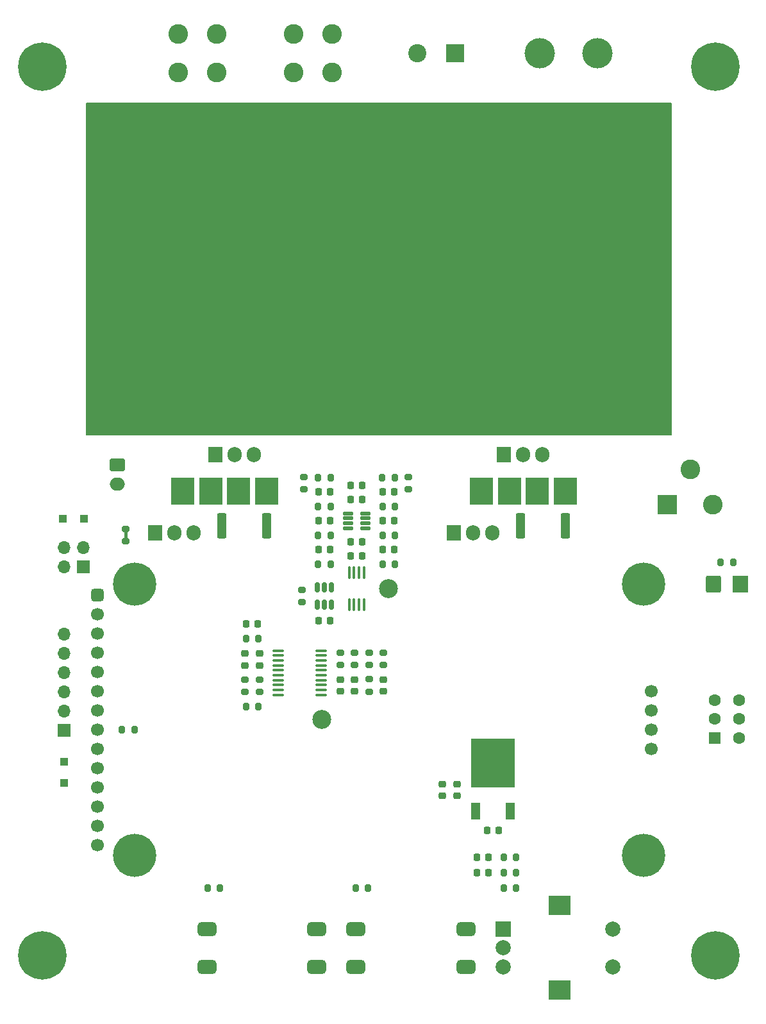
<source format=gbr>
%TF.GenerationSoftware,KiCad,Pcbnew,(6.0.4-0)*%
%TF.CreationDate,2022-04-10T17:45:34-05:00*%
%TF.ProjectId,Ampeater,416d7065-6174-4657-922e-6b696361645f,rev?*%
%TF.SameCoordinates,Original*%
%TF.FileFunction,Soldermask,Top*%
%TF.FilePolarity,Negative*%
%FSLAX46Y46*%
G04 Gerber Fmt 4.6, Leading zero omitted, Abs format (unit mm)*
G04 Created by KiCad (PCBNEW (6.0.4-0)) date 2022-04-10 17:45:34*
%MOMM*%
%LPD*%
G01*
G04 APERTURE LIST*
G04 Aperture macros list*
%AMRoundRect*
0 Rectangle with rounded corners*
0 $1 Rounding radius*
0 $2 $3 $4 $5 $6 $7 $8 $9 X,Y pos of 4 corners*
0 Add a 4 corners polygon primitive as box body*
4,1,4,$2,$3,$4,$5,$6,$7,$8,$9,$2,$3,0*
0 Add four circle primitives for the rounded corners*
1,1,$1+$1,$2,$3*
1,1,$1+$1,$4,$5*
1,1,$1+$1,$6,$7*
1,1,$1+$1,$8,$9*
0 Add four rect primitives between the rounded corners*
20,1,$1+$1,$2,$3,$4,$5,0*
20,1,$1+$1,$4,$5,$6,$7,0*
20,1,$1+$1,$6,$7,$8,$9,0*
20,1,$1+$1,$8,$9,$2,$3,0*%
G04 Aperture macros list end*
%ADD10C,0.150000*%
%ADD11C,0.450000*%
%ADD12C,5.700000*%
%ADD13RoundRect,0.425000X0.425000X-0.425000X0.425000X0.425000X-0.425000X0.425000X-0.425000X-0.425000X0*%
%ADD14C,1.700000*%
%ADD15R,1.200000X2.200000*%
%ADD16R,5.800001X6.400000*%
%ADD17RoundRect,0.225000X0.225000X0.250000X-0.225000X0.250000X-0.225000X-0.250000X0.225000X-0.250000X0*%
%ADD18R,3.100000X3.600000*%
%ADD19RoundRect,0.200000X0.200000X0.275000X-0.200000X0.275000X-0.200000X-0.275000X0.200000X-0.275000X0*%
%ADD20RoundRect,0.250000X-0.750000X0.600000X-0.750000X-0.600000X0.750000X-0.600000X0.750000X0.600000X0*%
%ADD21O,2.000000X1.700000*%
%ADD22RoundRect,0.250000X-0.362500X-1.425000X0.362500X-1.425000X0.362500X1.425000X-0.362500X1.425000X0*%
%ADD23RoundRect,0.100000X0.100000X-0.712500X0.100000X0.712500X-0.100000X0.712500X-0.100000X-0.712500X0*%
%ADD24C,2.600000*%
%ADD25RoundRect,0.225000X-0.225000X-0.250000X0.225000X-0.250000X0.225000X0.250000X-0.225000X0.250000X0*%
%ADD26R,1.100000X1.100000*%
%ADD27RoundRect,0.225000X-0.250000X0.225000X-0.250000X-0.225000X0.250000X-0.225000X0.250000X0.225000X0*%
%ADD28RoundRect,0.200000X-0.200000X-0.275000X0.200000X-0.275000X0.200000X0.275000X-0.200000X0.275000X0*%
%ADD29RoundRect,0.200000X-0.275000X0.200000X-0.275000X-0.200000X0.275000X-0.200000X0.275000X0.200000X0*%
%ADD30R,2.400000X2.400000*%
%ADD31C,2.400000*%
%ADD32RoundRect,0.200000X0.275000X-0.200000X0.275000X0.200000X-0.275000X0.200000X-0.275000X-0.200000X0*%
%ADD33C,4.000000*%
%ADD34R,1.905000X2.000000*%
%ADD35O,1.905000X2.000000*%
%ADD36RoundRect,0.450000X-0.800000X-0.450000X0.800000X-0.450000X0.800000X0.450000X-0.800000X0.450000X0*%
%ADD37C,6.400000*%
%ADD38R,2.000000X2.200000*%
%ADD39RoundRect,0.200000X0.800000X0.900000X-0.800000X0.900000X-0.800000X-0.900000X0.800000X-0.900000X0*%
%ADD40C,10.600000*%
%ADD41RoundRect,0.225000X0.250000X-0.225000X0.250000X0.225000X-0.250000X0.225000X-0.250000X-0.225000X0*%
%ADD42R,2.600000X2.600000*%
%ADD43C,1.600000*%
%ADD44R,1.600000X1.600000*%
%ADD45RoundRect,0.150000X-0.150000X0.512500X-0.150000X-0.512500X0.150000X-0.512500X0.150000X0.512500X0*%
%ADD46O,1.700000X1.700000*%
%ADD47R,1.700000X1.700000*%
%ADD48C,2.500000*%
%ADD49R,2.000000X2.000000*%
%ADD50C,2.000000*%
%ADD51R,3.000000X2.500000*%
%ADD52RoundRect,0.125000X-0.537500X-0.125000X0.537500X-0.125000X0.537500X0.125000X-0.537500X0.125000X0*%
%ADD53RoundRect,0.100000X0.637500X0.100000X-0.637500X0.100000X-0.637500X-0.100000X0.637500X-0.100000X0*%
G04 APERTURE END LIST*
D10*
X86614000Y-34798000D02*
X163830000Y-34798000D01*
X163830000Y-34798000D02*
X163830000Y-78536800D01*
X163830000Y-78536800D02*
X86614000Y-78536800D01*
X86614000Y-78536800D02*
X86614000Y-34798000D01*
G36*
X86614000Y-34798000D02*
G01*
X163830000Y-34798000D01*
X163830000Y-78536800D01*
X86614000Y-78536800D01*
X86614000Y-34798000D01*
G37*
D11*
%TO.C,JP201*%
X91719400Y-90995600D02*
X91719400Y-92695600D01*
%TD*%
D12*
%TO.C,DS301*%
X92931991Y-98265000D03*
X160191991Y-134145000D03*
X92931991Y-134145000D03*
X160191991Y-98265000D03*
D13*
X88011991Y-99695000D03*
D14*
X88011991Y-102235000D03*
X88011991Y-104775000D03*
X88011991Y-107315000D03*
X88011991Y-109855000D03*
X88011991Y-112395000D03*
X88011991Y-114935000D03*
X88011991Y-117475000D03*
X88011991Y-120015000D03*
X88011991Y-122555000D03*
X88011991Y-125095000D03*
X88011991Y-127635000D03*
X88011991Y-130175000D03*
X88011991Y-132715000D03*
X161191991Y-112395000D03*
X161191991Y-114935000D03*
X161191991Y-117475000D03*
X161191991Y-120015000D03*
%TD*%
D15*
%TO.C,U101*%
X138004200Y-128228200D03*
D16*
X140284200Y-121928204D03*
D15*
X142564200Y-128228200D03*
%TD*%
D17*
%TO.C,C202*%
X123025200Y-87096600D03*
X121475200Y-87096600D03*
%TD*%
%TO.C,C201*%
X123025200Y-85242400D03*
X121475200Y-85242400D03*
%TD*%
D18*
%TO.C,R219*%
X146100800Y-85979000D03*
X149800800Y-85979000D03*
%TD*%
D19*
%TO.C,R304*%
X109283000Y-105486200D03*
X107633000Y-105486200D03*
%TD*%
D20*
%TO.C,M201*%
X90695000Y-82570000D03*
D21*
X90695000Y-85070000D03*
%TD*%
D19*
%TO.C,R204*%
X118808000Y-95631000D03*
X117158000Y-95631000D03*
%TD*%
D22*
%TO.C,R222*%
X143921500Y-90551000D03*
X149846500Y-90551000D03*
%TD*%
D17*
%TO.C,C309*%
X123025200Y-94589600D03*
X121475200Y-94589600D03*
%TD*%
D23*
%TO.C,U303*%
X121275200Y-101020100D03*
X121925200Y-101020100D03*
X122575200Y-101020100D03*
X123225200Y-101020100D03*
X123225200Y-96795100D03*
X122575200Y-96795100D03*
X121925200Y-96795100D03*
X121275200Y-96795100D03*
%TD*%
D24*
%TO.C,J103*%
X118999000Y-30734000D03*
X113919000Y-30734000D03*
X118999000Y-25654000D03*
X113919000Y-25654000D03*
%TD*%
D25*
%TO.C,C206*%
X125717000Y-89916000D03*
X127267000Y-89916000D03*
%TD*%
D26*
%TO.C,D302*%
X83642200Y-124564600D03*
X83642200Y-121764600D03*
%TD*%
D17*
%TO.C,C101*%
X141059200Y-130842200D03*
X139509200Y-130842200D03*
%TD*%
D27*
%TO.C,C307*%
X120116600Y-110883400D03*
X120116600Y-112433400D03*
%TD*%
D22*
%TO.C,R214*%
X104479500Y-90551000D03*
X110404500Y-90551000D03*
%TD*%
D17*
%TO.C,C310*%
X118758000Y-103124000D03*
X117208000Y-103124000D03*
%TD*%
D28*
%TO.C,R307*%
X141669000Y-134366000D03*
X143319000Y-134366000D03*
%TD*%
D24*
%TO.C,J105*%
X98679000Y-30734000D03*
X103759000Y-25654000D03*
X98679000Y-25654000D03*
X103759000Y-30734000D03*
%TD*%
D28*
%TO.C,R302*%
X102553000Y-138430000D03*
X104203000Y-138430000D03*
%TD*%
D29*
%TO.C,R208*%
X123918900Y-107353600D03*
X123918900Y-109003600D03*
%TD*%
D28*
%TO.C,R216*%
X125641600Y-84201000D03*
X127291600Y-84201000D03*
%TD*%
D30*
%TO.C,J104*%
X135255000Y-28194000D03*
D31*
X130255000Y-28194000D03*
%TD*%
D19*
%TO.C,R308*%
X143319000Y-136398000D03*
X141669000Y-136398000D03*
%TD*%
D32*
%TO.C,R306*%
X123926600Y-112483400D03*
X123926600Y-110833400D03*
%TD*%
D17*
%TO.C,C305*%
X139713000Y-134366000D03*
X138163000Y-134366000D03*
%TD*%
%TO.C,C308*%
X139713000Y-136398000D03*
X138163000Y-136398000D03*
%TD*%
D29*
%TO.C,R309*%
X115036600Y-99022400D03*
X115036600Y-100672400D03*
%TD*%
D25*
%TO.C,C208*%
X125717000Y-93726000D03*
X127267000Y-93726000D03*
%TD*%
D33*
%TO.C,J106*%
X146431000Y-28194000D03*
%TD*%
D34*
%TO.C,Q201*%
X95681800Y-91521407D03*
D35*
X98221800Y-91521407D03*
X100761800Y-91521407D03*
%TD*%
D36*
%TO.C,SW302*%
X116988000Y-143804000D03*
X102488000Y-143804000D03*
X102488000Y-148804000D03*
X116988000Y-148804000D03*
%TD*%
D37*
%TO.C,H104*%
X169672000Y-29972000D03*
%TD*%
D18*
%TO.C,R220*%
X138739000Y-85979000D03*
X142439000Y-85979000D03*
%TD*%
D38*
%TO.C,D101*%
X172974000Y-98262600D03*
D39*
X169374000Y-98262600D03*
%TD*%
D29*
%TO.C,R206*%
X120116600Y-107353600D03*
X120116600Y-109003600D03*
%TD*%
D40*
%TO.C,HS201*%
X99822000Y-72644000D03*
X150622000Y-72644000D03*
%TD*%
D19*
%TO.C,R305*%
X143319000Y-138430000D03*
X141669000Y-138430000D03*
%TD*%
D34*
%TO.C,Q204*%
X141732000Y-81203800D03*
D35*
X144272000Y-81203800D03*
X146812000Y-81203800D03*
%TD*%
D41*
%TO.C,C301*%
X125831600Y-112433400D03*
X125831600Y-110883400D03*
%TD*%
D36*
%TO.C,SW303*%
X122186000Y-143804000D03*
X136686000Y-143804000D03*
X122186000Y-148804000D03*
X136686000Y-148804000D03*
%TD*%
D42*
%TO.C,J101*%
X163322000Y-87821211D03*
D24*
X169322000Y-87821211D03*
X166322000Y-83121211D03*
%TD*%
D28*
%TO.C,R310*%
X91250000Y-117475000D03*
X92900000Y-117475000D03*
%TD*%
D34*
%TO.C,Q203*%
X135128000Y-91521407D03*
D35*
X137668000Y-91521414D03*
X140208000Y-91521407D03*
%TD*%
D28*
%TO.C,R303*%
X123761000Y-138430000D03*
X122111000Y-138430000D03*
%TD*%
D33*
%TO.C,J102*%
X154051000Y-28194000D03*
%TD*%
D41*
%TO.C,C304*%
X109423200Y-109004400D03*
X109423200Y-107454400D03*
%TD*%
D43*
%TO.C,SW101*%
X169596000Y-113587500D03*
X172796000Y-113587500D03*
X169596000Y-116087500D03*
X172796000Y-116087500D03*
X172796000Y-118587500D03*
D44*
X169596000Y-118587500D03*
%TD*%
D18*
%TO.C,R211*%
X106684200Y-85979000D03*
X110384200Y-85979000D03*
%TD*%
%TO.C,R212*%
X99318200Y-85979000D03*
X103018200Y-85979000D03*
%TD*%
D28*
%TO.C,R217*%
X125667000Y-91821000D03*
X127317000Y-91821000D03*
%TD*%
D45*
%TO.C,U302*%
X118933000Y-98709900D03*
X117983000Y-98709900D03*
X117033000Y-98709900D03*
X117033000Y-100984900D03*
X117983000Y-100984900D03*
X118933000Y-100984900D03*
%TD*%
D29*
%TO.C,R209*%
X125823900Y-107353600D03*
X125823900Y-109003600D03*
%TD*%
%TO.C,R205*%
X109423200Y-110884200D03*
X109423200Y-112534200D03*
%TD*%
D46*
%TO.C,J302*%
X83623000Y-104902000D03*
X83623000Y-107442000D03*
X83623000Y-109982000D03*
X83623000Y-112522000D03*
X83623000Y-115062000D03*
D47*
X83623000Y-117602000D03*
%TD*%
D17*
%TO.C,C311*%
X123025200Y-92735400D03*
X121475200Y-92735400D03*
%TD*%
D25*
%TO.C,C302*%
X107683000Y-103505000D03*
X109233000Y-103505000D03*
%TD*%
D32*
%TO.C,R221*%
X129108200Y-85788000D03*
X129108200Y-84138000D03*
%TD*%
D19*
%TO.C,R203*%
X118808000Y-91821000D03*
X117158000Y-91821000D03*
%TD*%
D27*
%TO.C,C306*%
X122021600Y-110883400D03*
X122021600Y-112433400D03*
%TD*%
D25*
%TO.C,C204*%
X117208000Y-86106000D03*
X118758000Y-86106000D03*
%TD*%
D29*
%TO.C,JP201*%
X91719400Y-90970600D03*
X91719400Y-92620600D03*
%TD*%
D19*
%TO.C,R101*%
X171999000Y-95377000D03*
X170349000Y-95377000D03*
%TD*%
D28*
%TO.C,R201*%
X117158000Y-88011000D03*
X118808000Y-88011000D03*
%TD*%
D27*
%TO.C,C103*%
X135535400Y-124682400D03*
X135535400Y-126232400D03*
%TD*%
D19*
%TO.C,R215*%
X127317000Y-88011000D03*
X125667000Y-88011000D03*
%TD*%
D25*
%TO.C,C205*%
X117208000Y-93726000D03*
X118758000Y-93726000D03*
%TD*%
D41*
%TO.C,C303*%
X107518200Y-109004400D03*
X107518200Y-107454400D03*
%TD*%
D48*
%TO.C,TP301*%
X117627400Y-116128800D03*
%TD*%
D37*
%TO.C,H103*%
X169672000Y-147320000D03*
%TD*%
D29*
%TO.C,R207*%
X122021600Y-107353600D03*
X122021600Y-109003600D03*
%TD*%
D32*
%TO.C,R213*%
X115316000Y-85788000D03*
X115316000Y-84138000D03*
%TD*%
D48*
%TO.C,TP302*%
X126492000Y-98907600D03*
%TD*%
D49*
%TO.C,SW304*%
X141594000Y-143804000D03*
D50*
X141594000Y-148804000D03*
X141594000Y-146304000D03*
D51*
X149094000Y-140704000D03*
X149094000Y-151904000D03*
D50*
X156094000Y-143804000D03*
X156094000Y-148804000D03*
%TD*%
D19*
%TO.C,R301*%
X109283000Y-114427000D03*
X107633000Y-114427000D03*
%TD*%
D25*
%TO.C,C207*%
X125691600Y-86106000D03*
X127241600Y-86106000D03*
%TD*%
D52*
%TO.C,U201*%
X121112700Y-88941000D03*
X121112700Y-89591000D03*
X121112700Y-90241000D03*
X121112700Y-90891000D03*
X123387700Y-90891000D03*
X123387700Y-90241000D03*
X123387700Y-89591000D03*
X123387700Y-88941000D03*
%TD*%
D34*
%TO.C,Q202*%
X103632000Y-81203800D03*
D35*
X106172000Y-81203800D03*
X108712000Y-81203800D03*
%TD*%
D26*
%TO.C,D301*%
X83436000Y-89662000D03*
X86236000Y-89662000D03*
%TD*%
D29*
%TO.C,R210*%
X107518200Y-110884200D03*
X107518200Y-112534200D03*
%TD*%
D17*
%TO.C,C203*%
X118758000Y-89916000D03*
X117208000Y-89916000D03*
%TD*%
D28*
%TO.C,R218*%
X125667000Y-95631000D03*
X127317000Y-95631000D03*
%TD*%
D37*
%TO.C,H102*%
X80772000Y-147320000D03*
%TD*%
%TO.C,H101*%
X80772000Y-29972000D03*
%TD*%
D53*
%TO.C,U301*%
X117619700Y-112907000D03*
X117619700Y-112257000D03*
X117619700Y-111607000D03*
X117619700Y-110957000D03*
X117619700Y-110307000D03*
X117619700Y-109657000D03*
X117619700Y-109007000D03*
X117619700Y-108357000D03*
X117619700Y-107707000D03*
X117619700Y-107057000D03*
X111894700Y-107057000D03*
X111894700Y-107707000D03*
X111894700Y-108357000D03*
X111894700Y-109007000D03*
X111894700Y-109657000D03*
X111894700Y-110307000D03*
X111894700Y-110957000D03*
X111894700Y-111607000D03*
X111894700Y-112257000D03*
X111894700Y-112907000D03*
%TD*%
D27*
%TO.C,C102*%
X133554200Y-124682400D03*
X133554200Y-126232400D03*
%TD*%
D19*
%TO.C,R202*%
X118808000Y-84201000D03*
X117158000Y-84201000D03*
%TD*%
D47*
%TO.C,J301*%
X86168000Y-96017000D03*
D46*
X83628000Y-96017000D03*
X86168000Y-93477000D03*
X83628000Y-93477000D03*
%TD*%
M02*

</source>
